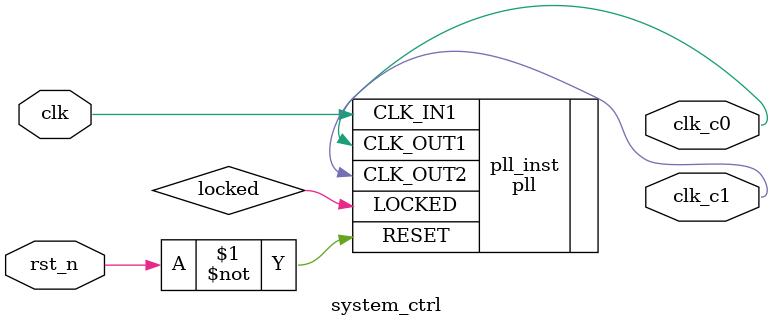
<source format=v>
/*-------------------------------------------------------------------------
Filename			:		system_ctrl.v
===========================================================================
13/02/1
--------------------------------------------------------------------------*/
`timescale 1 ns / 1 ns
module system_ctrl
(
	input 		clk,	      //100MHz
	input 		rst_n,		  //global reset

	output 		clk_c0,	     //65Mhz	
	output 		clk_c1       //25Mhz

);


//----------------------------------------------
//Component instantiation
wire 	locked;	
pll pll_inst
(
	.CLK_IN1	      (clk),
	.RESET	      (~rst_n),
	.LOCKED	      (locked),
			
	.CLK_OUT1		(clk_c0),          //65Mhz	
	.CLK_OUT2		(clk_c1)           //25Mhz	

);


endmodule

</source>
